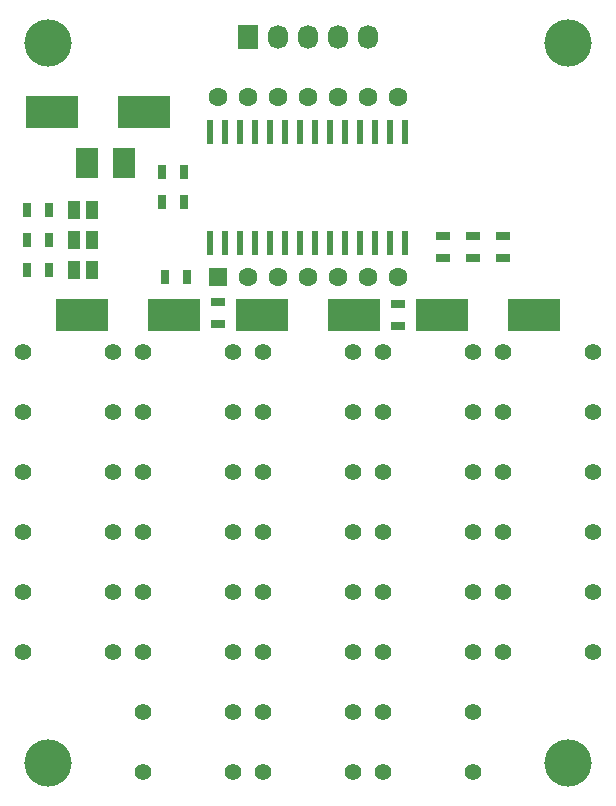
<source format=gbs>
%TF.GenerationSoftware,KiCad,Pcbnew,(after 2015-mar-04 BZR unknown)-product*%
%TF.CreationDate,2015-05-12T22:31:50+02:00*%
%TF.JobID,7seg_htk16k33,377365675F68746B31366B33332E6B69,rev?*%
%TF.FileFunction,Soldermask,Bot*%
%FSLAX46Y46*%
G04 Gerber Fmt 4.6, Leading zero omitted, Abs format (unit mm)*
G04 Created by KiCad (PCBNEW (after 2015-mar-04 BZR unknown)-product) date 12/05/2015 22:31:50*
%MOMM*%
G01*
G04 APERTURE LIST*
%ADD10C,0.020000*%
%ADD11C,4.000000*%
%ADD12C,1.397000*%
%ADD13R,1.016000X1.524000*%
%ADD14R,1.950720X2.499360*%
%ADD15R,4.498340X2.700020*%
%ADD16R,1.600000X1.600000*%
%ADD17C,1.600000*%
%ADD18R,1.727200X2.032000*%
%ADD19O,1.727200X2.032000*%
%ADD20R,0.700000X1.300000*%
%ADD21R,1.300000X0.700000*%
%ADD22R,0.600000X2.000000*%
G04 APERTURE END LIST*
D10*
D11*
X47000000Y-64000000D03*
X3000000Y-64000000D03*
X3000000Y-3000000D03*
D12*
X49130000Y-29210000D03*
X49130000Y-34290000D03*
X41510000Y-29210000D03*
X41510000Y-34290000D03*
D13*
X5188000Y-22225000D03*
X6712000Y-22225000D03*
X5188000Y-19685000D03*
X6712000Y-19685000D03*
X5188000Y-17145000D03*
X6712000Y-17145000D03*
D14*
X6305600Y-13208000D03*
X9404400Y-13208000D03*
D15*
X3318560Y-8890000D03*
X11121440Y-8890000D03*
X36338560Y-26035000D03*
X44141440Y-26035000D03*
X5858560Y-26035000D03*
X13661440Y-26035000D03*
X21098560Y-26035000D03*
X28901440Y-26035000D03*
D16*
X17380000Y-22860000D03*
D17*
X19920000Y-22860000D03*
X22460000Y-22860000D03*
X25000000Y-22860000D03*
X27540000Y-22860000D03*
X30080000Y-22860000D03*
X32620000Y-22860000D03*
X32620000Y-7620000D03*
X30080000Y-7620000D03*
X27540000Y-7620000D03*
X25000000Y-7620000D03*
X22460000Y-7620000D03*
X19920000Y-7620000D03*
X17380000Y-7620000D03*
D18*
X19920000Y-2540000D03*
D19*
X22460000Y-2540000D03*
X25000000Y-2540000D03*
X27540000Y-2540000D03*
X30080000Y-2540000D03*
D20*
X1190000Y-22225000D03*
X3090000Y-22225000D03*
X1190000Y-19685000D03*
X3090000Y-19685000D03*
X1190000Y-17145000D03*
X3090000Y-17145000D03*
X14774000Y-22860000D03*
X12874000Y-22860000D03*
D21*
X17380000Y-24958000D03*
X17380000Y-26858000D03*
X32620000Y-25085000D03*
X32620000Y-26985000D03*
X41510000Y-19370000D03*
X41510000Y-21270000D03*
X38970000Y-19370000D03*
X38970000Y-21270000D03*
X36430000Y-19370000D03*
X36430000Y-21270000D03*
D20*
X12620000Y-16510000D03*
X14520000Y-16510000D03*
X12620000Y-13970000D03*
X14520000Y-13970000D03*
D12*
X18650000Y-29210000D03*
X18650000Y-34290000D03*
X11030000Y-29210000D03*
X11030000Y-34290000D03*
X18650000Y-39370000D03*
X18650000Y-44450000D03*
X11030000Y-39370000D03*
X11030000Y-44450000D03*
X18650000Y-49530000D03*
X18650000Y-54610000D03*
X11030000Y-49530000D03*
X11030000Y-54610000D03*
X28810000Y-29210000D03*
X28810000Y-34290000D03*
X21190000Y-29210000D03*
X21190000Y-34290000D03*
X28810000Y-39370000D03*
X28810000Y-44450000D03*
X21190000Y-39370000D03*
X21190000Y-44450000D03*
X28810000Y-49530000D03*
X28810000Y-54610000D03*
X21190000Y-49530000D03*
X21190000Y-54610000D03*
X38970000Y-29210000D03*
X38970000Y-34290000D03*
X31350000Y-29210000D03*
X31350000Y-34290000D03*
X38970000Y-39370000D03*
X38970000Y-44450000D03*
X31350000Y-39370000D03*
X31350000Y-44450000D03*
X38970000Y-49530000D03*
X38970000Y-54610000D03*
X31350000Y-49530000D03*
X31350000Y-54610000D03*
X38970000Y-59690000D03*
X38970000Y-64770000D03*
X31350000Y-59690000D03*
X31350000Y-64770000D03*
X28810000Y-59690000D03*
X28810000Y-64770000D03*
X21190000Y-59690000D03*
X21190000Y-64770000D03*
X18650000Y-59690000D03*
X18650000Y-64770000D03*
X11030000Y-59690000D03*
X11030000Y-64770000D03*
X8490000Y-29210000D03*
X8490000Y-34290000D03*
X870000Y-29210000D03*
X870000Y-34290000D03*
X8490000Y-39370000D03*
X8490000Y-44450000D03*
X870000Y-39370000D03*
X870000Y-44450000D03*
X8490000Y-49530000D03*
X8490000Y-54610000D03*
X870000Y-49530000D03*
X870000Y-54610000D03*
X49130000Y-39370000D03*
X49130000Y-44450000D03*
X41510000Y-39370000D03*
X41510000Y-44450000D03*
X49130000Y-49530000D03*
X49130000Y-54610000D03*
X41510000Y-49530000D03*
X41510000Y-54610000D03*
D22*
X16745000Y-10540000D03*
X18015000Y-10540000D03*
X19285000Y-10540000D03*
X20555000Y-10540000D03*
X21825000Y-10540000D03*
X23095000Y-10540000D03*
X24365000Y-10540000D03*
X25635000Y-10540000D03*
X26905000Y-10540000D03*
X28175000Y-10540000D03*
X29445000Y-10540000D03*
X30715000Y-10540000D03*
X31985000Y-10540000D03*
X33255000Y-10540000D03*
X33255000Y-19940000D03*
X31985000Y-19940000D03*
X30715000Y-19940000D03*
X29445000Y-19940000D03*
X28175000Y-19940000D03*
X26905000Y-19940000D03*
X25635000Y-19940000D03*
X24365000Y-19940000D03*
X23095000Y-19940000D03*
X21825000Y-19940000D03*
X20555000Y-19940000D03*
X19285000Y-19940000D03*
X18015000Y-19940000D03*
X16745000Y-19940000D03*
D11*
X47000000Y-3000000D03*
M02*

</source>
